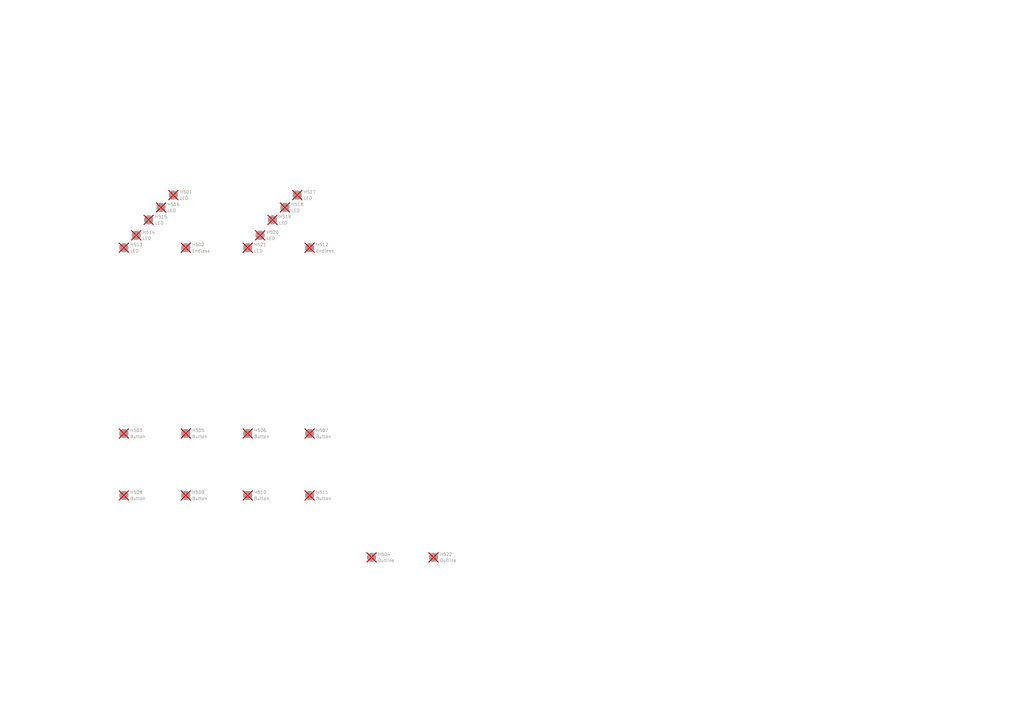
<source format=kicad_sch>
(kicad_sch (version 20231120) (generator "eeschema") (generator_version "8.0")
  (paper "A3")
  (lib_symbols
    (symbol "Mechanical:MountingHole" (pin_names (offset 1.016)) (exclude_from_sim yes) (in_bom no)
      (property "Reference" "H" (at 0 5.08 0))
      (property "Value" "MountingHole" (at 0 3.175 0))
      (symbol "MountingHole_0_1"
        (circle (center 0 0) (radius 1.27) (stroke (width 1.27)))
      )
    )
  )
  (symbol (lib_id "Mechanical:MountingHole") (at 76.2 203.2 0) (unit 1) (exclude_from_sim yes) (in_bom no) (dnp yes)
    (property "Reference" "H509" (at 78.74 201.9299 0) (effects (justify left)))
    (property "Value" "Button" (at 78.74 204.4699 0) (effects (justify left)))
    (property "Footprint" "suku_basics:FP_BUTTON" (effects (hide yes)))
    (property "Description" "Mounting Hole without connection" (effects (hide yes)))
  )
  (symbol (lib_id "Mechanical:MountingHole") (at 101.6 101.6 0) (unit 1) (exclude_from_sim yes) (in_bom no) (dnp yes)
    (property "Reference" "H521" (at 104.14 100.3299 0) (effects (justify left)))
    (property "Value" "LED" (at 104.14 102.8699 0) (effects (justify left)))
    (property "Footprint" "suku_basics:FP_LED" (effects (hide yes)))
    (property "Description" "Mounting Hole without connection" (effects (hide yes)))
  )
  (symbol (lib_id "Mechanical:MountingHole") (at 106.68 96.52 0) (unit 1) (exclude_from_sim yes) (in_bom no) (dnp yes)
    (property "Reference" "H520" (at 109.22 95.2499 0) (effects (justify left)))
    (property "Value" "LED" (at 109.22 97.7899 0) (effects (justify left)))
    (property "Footprint" "suku_basics:FP_LED" (effects (hide yes)))
    (property "Description" "Mounting Hole without connection" (effects (hide yes)))
  )
  (symbol (lib_id "Mechanical:MountingHole") (at 116.84 85.09 0) (unit 1) (exclude_from_sim yes) (in_bom no) (dnp yes)
    (property "Reference" "H518" (at 119.38 83.8199 0) (effects (justify left)))
    (property "Value" "LED" (at 119.38 86.3599 0) (effects (justify left)))
    (property "Footprint" "suku_basics:FP_LED" (effects (hide yes)))
    (property "Description" "Mounting Hole without connection" (effects (hide yes)))
  )
  (symbol (lib_id "Mechanical:MountingHole") (at 76.2 177.8 0) (unit 1) (exclude_from_sim yes) (in_bom no) (dnp yes)
    (property "Reference" "H505" (at 78.74 176.5299 0) (effects (justify left)))
    (property "Value" "Button" (at 78.74 179.0699 0) (effects (justify left)))
    (property "Footprint" "suku_basics:FP_BUTTON" (effects (hide yes)))
    (property "Description" "Mounting Hole without connection" (effects (hide yes)))
  )
  (symbol (lib_id "Mechanical:MountingHole") (at 55.88 96.52 0) (unit 1) (exclude_from_sim yes) (in_bom no) (dnp yes)
    (property "Reference" "H514" (at 58.42 95.2499 0) (effects (justify left)))
    (property "Value" "LED" (at 58.42 97.7899 0) (effects (justify left)))
    (property "Footprint" "suku_basics:FP_LED" (effects (hide yes)))
    (property "Description" "Mounting Hole without connection" (effects (hide yes)))
  )
  (symbol (lib_id "Mechanical:MountingHole") (at 66.04 85.09 0) (unit 1) (exclude_from_sim yes) (in_bom no) (dnp yes)
    (property "Reference" "H516" (at 68.58 83.8199 0) (effects (justify left)))
    (property "Value" "LED" (at 68.58 86.3599 0) (effects (justify left)))
    (property "Footprint" "suku_basics:FP_LED" (effects (hide yes)))
    (property "Description" "Mounting Hole without connection" (effects (hide yes)))
  )
  (symbol (lib_id "Mechanical:MountingHole") (at 111.76 90.17 0) (unit 1) (exclude_from_sim yes) (in_bom no) (dnp yes)
    (property "Reference" "H519" (at 114.3 88.8999 0) (effects (justify left)))
    (property "Value" "LED" (at 114.3 91.4399 0) (effects (justify left)))
    (property "Footprint" "suku_basics:FP_LED" (effects (hide yes)))
    (property "Description" "Mounting Hole without connection" (effects (hide yes)))
  )
  (symbol (lib_id "Mechanical:MountingHole") (at 76.2 101.6 0) (unit 1) (exclude_from_sim yes) (in_bom no) (dnp yes)
    (property "Reference" "H502" (at 78.74 100.3299 0) (effects (justify left)))
    (property "Value" "Endless" (at 78.74 102.8699 0) (effects (justify left)))
    (property "Footprint" "suku_basics:FP_ENDLESS" (effects (hide yes)))
    (property "Description" "Mounting Hole without connection" (effects (hide yes)))
  )
  (symbol (lib_id "Mechanical:MountingHole") (at 152.4 228.6 0) (unit 1) (exclude_from_sim yes) (in_bom no) (dnp yes)
    (property "Reference" "H504" (at 154.94 227.3299 0) (effects (justify left)))
    (property "Value" "Outline" (at 154.94 229.8699 0) (effects (justify left)))
    (property "Footprint" "suku_basics:FP_OUTLINE_2" (effects (hide yes)))
    (property "Description" "Mounting Hole without connection" (effects (hide yes)))
  )
  (symbol (lib_id "Mechanical:MountingHole") (at 50.8 203.2 0) (unit 1) (exclude_from_sim yes) (in_bom no) (dnp yes)
    (property "Reference" "H508" (at 53.34 201.9299 0) (effects (justify left)))
    (property "Value" "Button" (at 53.34 204.4699 0) (effects (justify left)))
    (property "Footprint" "suku_basics:FP_BUTTON" (effects (hide yes)))
    (property "Description" "Mounting Hole without connection" (effects (hide yes)))
  )
  (symbol (lib_id "Mechanical:MountingHole") (at 101.6 203.2 0) (unit 1) (exclude_from_sim yes) (in_bom no) (dnp yes)
    (property "Reference" "H510" (at 104.14 201.9299 0) (effects (justify left)))
    (property "Value" "Button" (at 104.14 204.4699 0) (effects (justify left)))
    (property "Footprint" "suku_basics:FP_BUTTON" (effects (hide yes)))
    (property "Description" "Mounting Hole without connection" (effects (hide yes)))
  )
  (symbol (lib_id "Mechanical:MountingHole") (at 127 203.2 0) (unit 1) (exclude_from_sim yes) (in_bom no) (dnp yes)
    (property "Reference" "H511" (at 129.54 201.9299 0) (effects (justify left)))
    (property "Value" "Button" (at 129.54 204.4699 0) (effects (justify left)))
    (property "Footprint" "suku_basics:FP_BUTTON" (effects (hide yes)))
    (property "Description" "Mounting Hole without connection" (effects (hide yes)))
  )
  (symbol (lib_id "Mechanical:MountingHole") (at 127 177.8 0) (unit 1) (exclude_from_sim yes) (in_bom no) (dnp yes)
    (property "Reference" "H507" (at 129.54 176.5299 0) (effects (justify left)))
    (property "Value" "Button" (at 129.54 179.0699 0) (effects (justify left)))
    (property "Footprint" "suku_basics:FP_BUTTON" (effects (hide yes)))
    (property "Description" "Mounting Hole without connection" (effects (hide yes)))
  )
  (symbol (lib_id "Mechanical:MountingHole") (at 127 101.6 0) (unit 1) (exclude_from_sim yes) (in_bom no) (dnp yes)
    (property "Reference" "H512" (at 129.54 100.3299 0) (effects (justify left)))
    (property "Value" "Endless" (at 129.54 102.8699 0) (effects (justify left)))
    (property "Footprint" "suku_basics:FP_ENDLESS" (effects (hide yes)))
    (property "Description" "Mounting Hole without connection" (effects (hide yes)))
  )
  (symbol (lib_id "Mechanical:MountingHole") (at 50.8 101.6 0) (unit 1) (exclude_from_sim yes) (in_bom no) (dnp yes)
    (property "Reference" "H513" (at 53.34 100.3299 0) (effects (justify left)))
    (property "Value" "LED" (at 53.34 102.8699 0) (effects (justify left)))
    (property "Footprint" "suku_basics:FP_LED" (effects (hide yes)))
    (property "Description" "Mounting Hole without connection" (effects (hide yes)))
  )
  (symbol (lib_id "Mechanical:MountingHole") (at 60.96 90.17 0) (unit 1) (exclude_from_sim yes) (in_bom no) (dnp yes)
    (property "Reference" "H515" (at 63.5 88.8999 0) (effects (justify left)))
    (property "Value" "LED" (at 63.5 91.4399 0) (effects (justify left)))
    (property "Footprint" "suku_basics:FP_LED" (effects (hide yes)))
    (property "Description" "Mounting Hole without connection" (effects (hide yes)))
  )
  (symbol (lib_id "Mechanical:MountingHole") (at 177.8 228.6 0) (unit 1) (exclude_from_sim yes) (in_bom no) (dnp yes)
    (property "Reference" "H522" (at 180.34 227.3299 0) (effects (justify left)))
    (property "Value" "Outline" (at 180.34 229.8699 0) (effects (justify left)))
    (property "Footprint" "suku_basics:OSHWA" (effects (hide yes)))
    (property "Description" "Mounting Hole without connection" (effects (hide yes)))
  )
  (symbol (lib_id "Mechanical:MountingHole") (at 121.92 80.01 0) (unit 1) (exclude_from_sim yes) (in_bom no) (dnp yes)
    (property "Reference" "H517" (at 124.46 78.7399 0) (effects (justify left)))
    (property "Value" "LED" (at 124.46 81.2799 0) (effects (justify left)))
    (property "Footprint" "suku_basics:FP_LED" (effects (hide yes)))
    (property "Description" "Mounting Hole without connection" (effects (hide yes)))
  )
  (symbol (lib_id "Mechanical:MountingHole") (at 50.8 177.8 0) (unit 1) (exclude_from_sim yes) (in_bom no) (dnp yes)
    (property "Reference" "H503" (at 53.34 176.5299 0) (effects (justify left)))
    (property "Value" "Button" (at 53.34 179.0699 0) (effects (justify left)))
    (property "Footprint" "suku_basics:FP_BUTTON" (effects (hide yes)))
    (property "Description" "Mounting Hole without connection" (effects (hide yes)))
  )
  (symbol (lib_id "Mechanical:MountingHole") (at 71.12 80.01 0) (unit 1) (exclude_from_sim yes) (in_bom no) (dnp yes)
    (property "Reference" "H501" (at 73.66 78.7399 0) (effects (justify left)))
    (property "Value" "LED" (at 73.66 81.2799 0) (effects (justify left)))
    (property "Footprint" "suku_basics:FP_LED" (effects (hide yes)))
    (property "Description" "Mounting Hole without connection" (effects (hide yes)))
  )
  (symbol (lib_id "Mechanical:MountingHole") (at 101.6 177.8 0) (unit 1) (exclude_from_sim yes) (in_bom no) (dnp yes)
    (property "Reference" "H506" (at 104.14 176.5299 0) (effects (justify left)))
    (property "Value" "Button" (at 104.14 179.0699 0) (effects (justify left)))
    (property "Footprint" "suku_basics:FP_BUTTON" (effects (hide yes)))
    (property "Description" "Mounting Hole without connection" (effects (hide yes)))
  )
)
</source>
